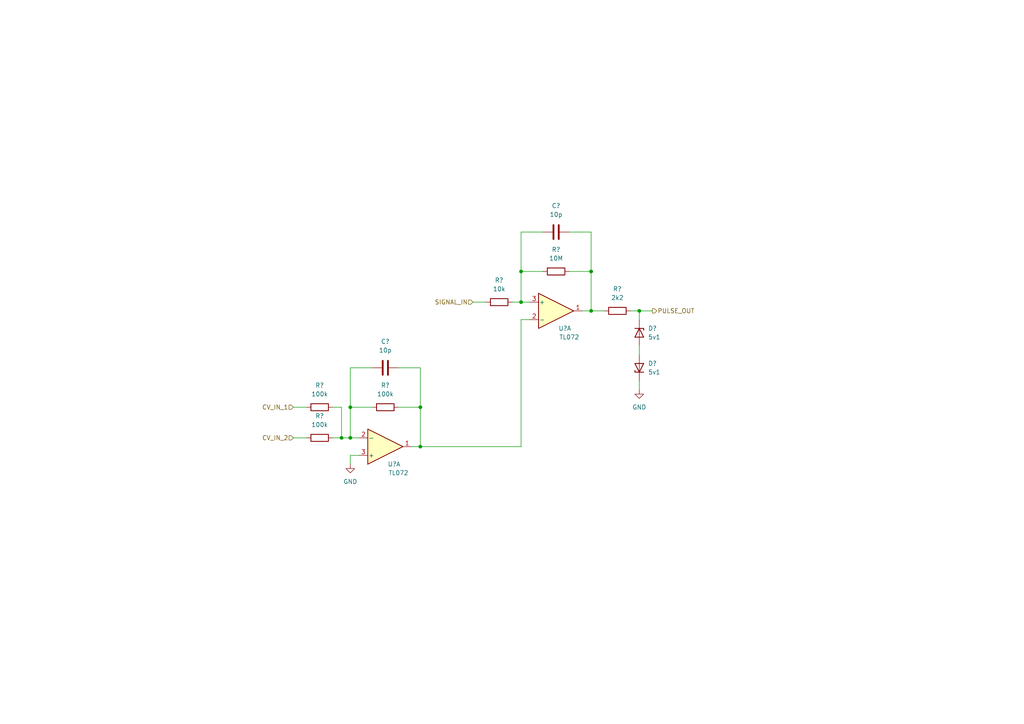
<source format=kicad_sch>
(kicad_sch (version 20211123) (generator eeschema)
  (paper "A4")
  (lib_symbols
    (symbol "Amplifier_Operational:TL072" (pin_names (offset 0.127))
      (property "Reference" "U" (at 0 5.08 0))
      (property "Value" "TL072" (at 0 -5.08 0))
      (symbol "TL072_1_1"
        (polyline (pts (xy -5.08 5.08) (xy 5.08 0) (xy -5.08 -5.08) (xy -5.08 5.08)) (stroke (width 0.254)) (fill (type background)))
        (pin output line (at 7.62 0 180) (length 2.54) (name "~") (number "1"))
        (pin input line (at -7.62 -2.54 0) (length 2.54) (name "-") (number "2"))
        (pin input line (at -7.62 2.54 0) (length 2.54) (name "+") (number "3"))
      )
      (symbol "TL072_2_1"
        (polyline (pts (xy -5.08 5.08) (xy 5.08 0) (xy -5.08 -5.08) (xy -5.08 5.08)) (stroke (width 0.254)) (fill (type background)))
        (pin input line (at -7.62 2.54 0) (length 2.54) (name "+") (number "5"))
        (pin input line (at -7.62 -2.54 0) (length 2.54) (name "-") (number "6"))
        (pin output line (at 7.62 0 180) (length 2.54) (name "~") (number "7"))
      )
      (symbol "TL072_3_1"
        (pin power_in line (at -2.54 -7.62 90) (length 3.81) (name "V-") (number "4"))
        (pin power_in line (at -2.54 7.62 270) (length 3.81) (name "V+") (number "8"))
      )
    )
    (symbol "Device:C" (pin_numbers hide) (pin_names (offset 0.254))
      (property "Reference" "C" (at 0.635 2.54 0))
      (property "Value" "C" (at 0.635 -2.54 0))
      (symbol "C_0_1"
        (polyline (pts (xy -2.032 -0.762) (xy 2.032 -0.762)) (stroke (width 0.508)))
        (polyline (pts (xy -2.032 0.762) (xy 2.032 0.762)) (stroke (width 0.508)))
      )
      (symbol "C_1_1"
        (pin passive line (at 0 3.81 270) (length 2.794) (name "~") (number "1"))
        (pin passive line (at 0 -3.81 90) (length 2.794) (name "~") (number "2"))
      )
    )
    (symbol "Device:D_Zener" (pin_numbers hide) (pin_names (offset 1.016) hide)
      (property "Reference" "D" (at 0 2.54 0))
      (property "Value" "D_Zener" (at 0 -2.54 0))
      (symbol "D_Zener_0_1"
        (polyline (pts (xy 1.27 0) (xy -1.27 0)))
        (polyline (pts (xy -1.27 -1.27) (xy -1.27 1.27) (xy -0.762 1.27)) (stroke (width 0.254)))
        (polyline (pts (xy 1.27 -1.27) (xy 1.27 1.27) (xy -1.27 0) (xy 1.27 -1.27)) (stroke (width 0.254)))
      )
      (symbol "D_Zener_1_1"
        (pin passive line (at -3.81 0 0) (length 2.54) (name "K") (number "1"))
        (pin passive line (at 3.81 0 180) (length 2.54) (name "A") (number "2"))
      )
    )
    (symbol "Device:R" (pin_numbers hide) (pin_names (offset 0))
      (property "Reference" "R" (at 2.032 0 90))
      (property "Value" "R" (at 0 0 90))
      (symbol "R_0_1"
        (rectangle (start -1.016 -2.54) (end 1.016 2.54) (stroke (width 0.254)))
      )
      (symbol "R_1_1"
        (pin passive line (at 0 3.81 270) (length 1.27) (name "~") (number "1"))
        (pin passive line (at 0 -3.81 90) (length 1.27) (name "~") (number "2"))
      )
    )
    (symbol "power:GND" (power) (pin_names (offset 0))
      (property "Value" "GND" (at 0 -3.81 0))
      (symbol "GND_0_1"
        (polyline (pts (xy 0 0) (xy 0 -1.27) (xy 1.27 -1.27) (xy 0 -2.54) (xy -1.27 -1.27) (xy 0 -1.27)))
      )
      (symbol "GND_1_1"
        (pin power_in line (at 0 0 270) (length 0) hide (name "GND") (number "1"))
      )
    )
  )
  (junction (at 121.92 118.11))
  (junction (at 185.42 90.17))
  (junction (at 101.6 127))
  (junction (at 101.6 118.11))
  (junction (at 99.06 127))
  (junction (at 171.45 78.74))
  (junction (at 151.13 78.74))
  (junction (at 121.92 129.54))
  (junction (at 151.13 87.63))
  (junction (at 171.45 90.17))
  (wire (pts (xy 171.45 90.17) (xy 171.45 78.74)))
  (wire (pts (xy 101.6 127) (xy 101.6 118.11)))
  (wire (pts (xy 151.13 78.74) (xy 157.48 78.74)))
  (wire (pts (xy 99.06 118.11) (xy 99.06 127)))
  (wire (pts (xy 121.92 129.54) (xy 151.13 129.54)))
  (wire (pts (xy 171.45 67.31) (xy 165.1 67.31)))
  (wire (pts (xy 151.13 87.63) (xy 151.13 78.74)))
  (wire (pts (xy 171.45 78.74) (xy 171.45 67.31)))
  (wire (pts (xy 165.1 78.74) (xy 171.45 78.74)))
  (wire (pts (xy 85.09 127) (xy 88.9 127)))
  (wire (pts (xy 96.52 118.11) (xy 99.06 118.11)))
  (wire (pts (xy 185.42 110.49) (xy 185.42 113.03)))
  (wire (pts (xy 168.91 90.17) (xy 171.45 90.17)))
  (wire (pts (xy 137.16 87.63) (xy 140.97 87.63)))
  (wire (pts (xy 151.13 87.63) (xy 153.67 87.63)))
  (wire (pts (xy 121.92 106.68) (xy 115.57 106.68)))
  (wire (pts (xy 96.52 127) (xy 99.06 127)))
  (wire (pts (xy 101.6 132.08) (xy 101.6 134.62)))
  (wire (pts (xy 121.92 129.54) (xy 121.92 118.11)))
  (wire (pts (xy 121.92 118.11) (xy 121.92 106.68)))
  (wire (pts (xy 115.57 118.11) (xy 121.92 118.11)))
  (wire (pts (xy 185.42 90.17) (xy 189.23 90.17)))
  (wire (pts (xy 185.42 100.33) (xy 185.42 102.87)))
  (wire (pts (xy 151.13 67.31) (xy 151.13 78.74)))
  (wire (pts (xy 85.09 118.11) (xy 88.9 118.11)))
  (wire (pts (xy 148.59 87.63) (xy 151.13 87.63)))
  (wire (pts (xy 119.38 129.54) (xy 121.92 129.54)))
  (wire (pts (xy 157.48 67.31) (xy 151.13 67.31)))
  (wire (pts (xy 151.13 92.71) (xy 153.67 92.71)))
  (wire (pts (xy 101.6 106.68) (xy 101.6 118.11)))
  (wire (pts (xy 171.45 90.17) (xy 175.26 90.17)))
  (wire (pts (xy 151.13 129.54) (xy 151.13 92.71)))
  (wire (pts (xy 185.42 90.17) (xy 182.88 90.17)))
  (wire (pts (xy 101.6 132.08) (xy 104.14 132.08)))
  (wire (pts (xy 99.06 127) (xy 101.6 127)))
  (wire (pts (xy 101.6 118.11) (xy 107.95 118.11)))
  (wire (pts (xy 101.6 127) (xy 104.14 127)))
  (wire (pts (xy 185.42 92.71) (xy 185.42 90.17)))
  (wire (pts (xy 107.95 106.68) (xy 101.6 106.68)))
  (hierarchical_label "PULSE_OUT" (shape output) (at 189.23 90.17 0))
  (hierarchical_label "CV_IN_1" (shape input) (at 85.09 118.11 180))
  (hierarchical_label "SIGNAL_IN" (shape input) (at 137.16 87.63 180))
  (hierarchical_label "CV_IN_2" (shape input) (at 85.09 127 180))
  (symbol (lib_id "power:GND") (at 101.6 134.62 0) (unit 1)
    (property "Reference" "#PWR?" (effects hide))
    (property "Value" "GND" (at 101.6 139.7 0))
  )
  (symbol (lib_id "Device:R") (at 92.71 118.11 90) (unit 1)
    (property "Reference" "R?" (at 92.71 111.76 90))
    (property "Value" "100k" (at 92.71 114.3 90))
  )
  (symbol (lib_id "Device:R") (at 144.78 87.63 90) (unit 1)
    (property "Reference" "R?" (at 144.78 81.28 90))
    (property "Value" "10k" (at 144.78 83.82 90))
  )
  (symbol (lib_id "Device:R") (at 179.07 90.17 90) (unit 1)
    (property "Reference" "R?" (at 179.07 83.82 90))
    (property "Value" "2k2" (at 179.07 86.36 90))
  )
  (symbol (lib_id "Amplifier_Operational:TL072") (at 161.29 90.17 0) (unit 1)
    (property "Reference" "U?" (at 163.83 95.25 0))
    (property "Value" "TL072" (at 165.1 97.79 0))
    (property "Datasheet" "http://www.ti.com/lit/ds/symlink/tl071.pdf" (effects hide))
  )
  (symbol (lib_id "Device:C") (at 161.29 67.31 90) (unit 1)
    (property "Reference" "C?" (at 161.29 59.69 90))
    (property "Value" "10p" (at 161.29 62.23 90))
  )
  (symbol (lib_id "Device:C") (at 111.76 106.68 90) (unit 1)
    (property "Reference" "C?" (at 111.76 99.06 90))
    (property "Value" "10p" (at 111.76 101.6 90))
  )
  (symbol (lib_id "Device:R") (at 161.29 78.74 90) (unit 1)
    (property "Reference" "R?" (at 161.29 72.39 90))
    (property "Value" "10M" (at 161.29 74.93 90))
  )
  (symbol (lib_id "power:GND") (at 185.42 113.03 0) (unit 1)
    (property "Reference" "#PWR?" (effects hide))
    (property "Value" "GND" (at 185.42 118.11 0))
  )
  (symbol (lib_id "Device:R") (at 92.71 127 90) (unit 1)
    (property "Reference" "R?" (at 92.71 120.65 90))
    (property "Value" "100k" (at 92.71 123.19 90))
  )
  (symbol (lib_id "Amplifier_Operational:TL072") (at 111.76 129.54 0) (mirror x) (unit 1)
    (property "Reference" "U?" (at 114.3 134.62 0))
    (property "Value" "TL072" (at 115.57 137.16 0))
    (property "Datasheet" "http://www.ti.com/lit/ds/symlink/tl071.pdf" (effects hide))
  )
  (symbol (lib_id "Device:R") (at 111.76 118.11 90) (unit 1)
    (property "Reference" "R?" (at 111.76 111.76 90))
    (property "Value" "100k" (at 111.76 114.3 90))
  )
  (symbol (lib_id "Device:D_Zener") (at 185.42 106.68 90) (unit 1)
    (property "Reference" "D?" (at 187.96 105.4099 90) (effects (justify right)))
    (property "Value" "5v1" (at 187.96 107.9499 90) (effects (justify right)))
  )
  (symbol (lib_id "Device:D_Zener") (at 185.42 96.52 270) (unit 1)
    (property "Reference" "D?" (at 187.96 95.2499 90) (effects (justify left)))
    (property "Value" "5v1" (at 187.96 97.7899 90) (effects (justify left)))
  )
)
</source>
